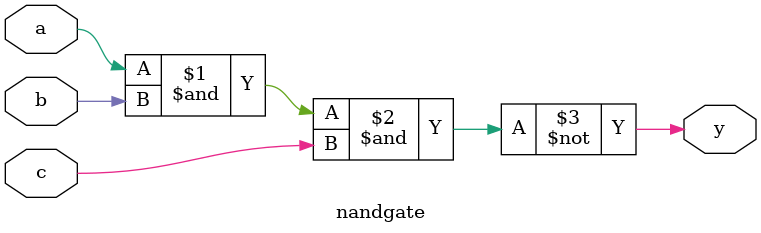
<source format=v>
/* A simple NAND gate
File: nand_gate.v */
module nandgate (a, b, c, y);
input a, b, c;
output y;
assign y = ~(a & b & c);
endmodule
</source>
